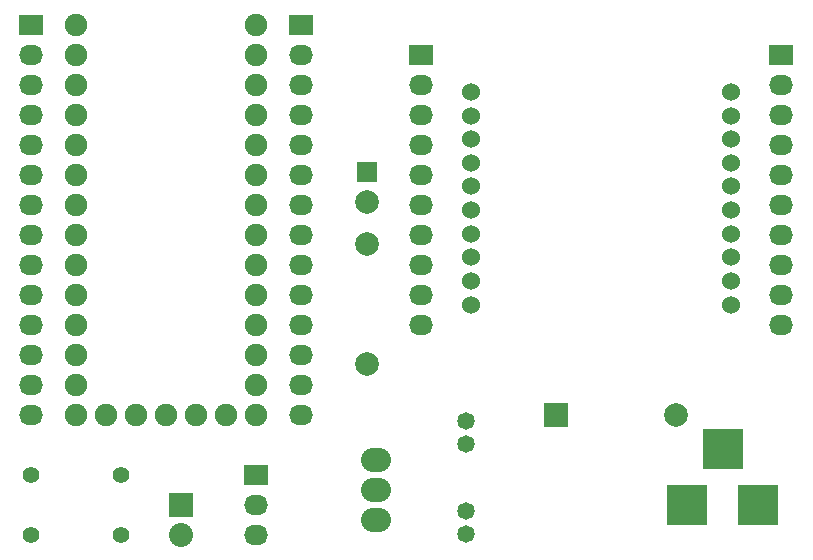
<source format=gbs>
G04 #@! TF.FileFunction,Soldermask,Bot*
%FSLAX46Y46*%
G04 Gerber Fmt 4.6, Leading zero omitted, Abs format (unit mm)*
G04 Created by KiCad (PCBNEW (2015-05-10 BZR 5649)-product) date Thursday, May 21, 2015 'PMt' 11:43:20 PM*
%MOMM*%
G01*
G04 APERTURE LIST*
%ADD10C,0.100000*%
%ADD11C,1.480820*%
%ADD12R,3.500120X3.500120*%
%ADD13R,1.699260X1.699260*%
%ADD14C,1.998980*%
%ADD15R,1.998980X1.998980*%
%ADD16C,1.524000*%
%ADD17R,2.032000X2.032000*%
%ADD18O,2.032000X2.032000*%
%ADD19R,2.032000X1.727200*%
%ADD20O,2.032000X1.727200*%
%ADD21O,2.540000X2.032000*%
%ADD22C,1.397000*%
%ADD23C,1.900000*%
G04 APERTURE END LIST*
D10*
D11*
X168910000Y-172704760D03*
X168910000Y-170703240D03*
X168910000Y-165084760D03*
X168910000Y-163083240D03*
D12*
X187601860Y-170180000D03*
X193601340Y-170180000D03*
X190601600Y-165481000D03*
D13*
X160528000Y-141986000D03*
D14*
X160528000Y-144526000D03*
X186690000Y-162557460D03*
D15*
X176530000Y-162557460D03*
D16*
X169340000Y-135240000D03*
X169340000Y-137240000D03*
X169340000Y-141240000D03*
X169340000Y-139240000D03*
X169340000Y-145240000D03*
X169340000Y-147240000D03*
X169340000Y-149240000D03*
X169340000Y-151240000D03*
X169340000Y-153240000D03*
X191340000Y-153240000D03*
X191340000Y-151240000D03*
X191340000Y-149240000D03*
X191340000Y-147240000D03*
X191340000Y-145240000D03*
X191340000Y-143240000D03*
X191340000Y-141240000D03*
X191340000Y-139240000D03*
X191340000Y-137240000D03*
X191340000Y-135240000D03*
X169340000Y-143240000D03*
D17*
X144780000Y-170180000D03*
D18*
X144780000Y-172720000D03*
D19*
X151130000Y-167640000D03*
D20*
X151130000Y-170180000D03*
X151130000Y-172720000D03*
D19*
X165100000Y-132080000D03*
D20*
X165100000Y-134620000D03*
X165100000Y-137160000D03*
X165100000Y-139700000D03*
X165100000Y-142240000D03*
X165100000Y-144780000D03*
X165100000Y-147320000D03*
X165100000Y-149860000D03*
X165100000Y-152400000D03*
X165100000Y-154940000D03*
D19*
X195580000Y-132080000D03*
D20*
X195580000Y-134620000D03*
X195580000Y-137160000D03*
X195580000Y-139700000D03*
X195580000Y-142240000D03*
X195580000Y-144780000D03*
X195580000Y-147320000D03*
X195580000Y-149860000D03*
X195580000Y-152400000D03*
X195580000Y-154940000D03*
D19*
X132080000Y-129540000D03*
D20*
X132080000Y-132080000D03*
X132080000Y-134620000D03*
X132080000Y-137160000D03*
X132080000Y-139700000D03*
X132080000Y-142240000D03*
X132080000Y-144780000D03*
X132080000Y-147320000D03*
X132080000Y-149860000D03*
X132080000Y-152400000D03*
X132080000Y-154940000D03*
X132080000Y-157480000D03*
X132080000Y-160020000D03*
X132080000Y-162560000D03*
D19*
X154940000Y-129540000D03*
D20*
X154940000Y-132080000D03*
X154940000Y-134620000D03*
X154940000Y-137160000D03*
X154940000Y-139700000D03*
X154940000Y-142240000D03*
X154940000Y-144780000D03*
X154940000Y-147320000D03*
X154940000Y-149860000D03*
X154940000Y-152400000D03*
X154940000Y-154940000D03*
X154940000Y-157480000D03*
X154940000Y-160020000D03*
X154940000Y-162560000D03*
D21*
X161290000Y-168910000D03*
X161290000Y-171450000D03*
X161290000Y-166370000D03*
D14*
X160528000Y-158242000D03*
X160528000Y-148082000D03*
D22*
X139700000Y-167640000D03*
X139700000Y-172720000D03*
X132080000Y-167640000D03*
X132080000Y-172720000D03*
D23*
X148590000Y-162560000D03*
X146050000Y-162560000D03*
X143510000Y-162560000D03*
X140970000Y-162560000D03*
X138430000Y-162560000D03*
X135890000Y-132080000D03*
X135890000Y-134620000D03*
X135890000Y-137160000D03*
X135890000Y-139700000D03*
X135890000Y-142240000D03*
X135890000Y-144780000D03*
X135890000Y-147320000D03*
X135890000Y-149860000D03*
X135890000Y-152400000D03*
X135890000Y-154940000D03*
X135890000Y-157480000D03*
X135890000Y-160020000D03*
X135890000Y-162560000D03*
X151130000Y-162560000D03*
X151130000Y-160020000D03*
X151130000Y-157480000D03*
X151130000Y-154940000D03*
X151130000Y-152400000D03*
X151130000Y-149860000D03*
X151130000Y-147320000D03*
X151130000Y-144780000D03*
X151130000Y-142240000D03*
X151130000Y-139700000D03*
X151130000Y-137160000D03*
X151130000Y-134620000D03*
X151130000Y-132080000D03*
X151130000Y-129540000D03*
X135890000Y-129540000D03*
M02*

</source>
